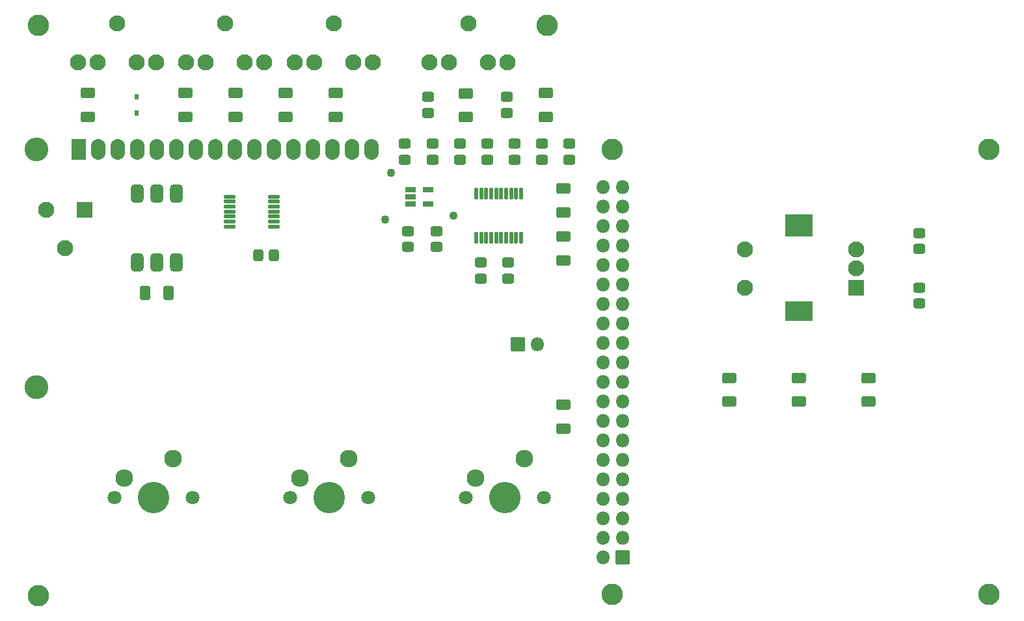
<source format=gbs>
G04 #@! TF.GenerationSoftware,KiCad,Pcbnew,6.0.11*
G04 #@! TF.CreationDate,2024-07-27T16:02:48-05:00*
G04 #@! TF.ProjectId,minidexed,6d696e69-6465-4786-9564-2e6b69636164,rev?*
G04 #@! TF.SameCoordinates,Original*
G04 #@! TF.FileFunction,Soldermask,Bot*
G04 #@! TF.FilePolarity,Negative*
%FSLAX46Y46*%
G04 Gerber Fmt 4.6, Leading zero omitted, Abs format (unit mm)*
G04 Created by KiCad (PCBNEW 6.0.11) date 2024-07-27 16:02:48*
%MOMM*%
%LPD*%
G01*
G04 APERTURE LIST*
G04 Aperture macros list*
%AMRoundRect*
0 Rectangle with rounded corners*
0 $1 Rounding radius*
0 $2 $3 $4 $5 $6 $7 $8 $9 X,Y pos of 4 corners*
0 Add a 4 corners polygon primitive as box body*
4,1,4,$2,$3,$4,$5,$6,$7,$8,$9,$2,$3,0*
0 Add four circle primitives for the rounded corners*
1,1,$1+$1,$2,$3*
1,1,$1+$1,$4,$5*
1,1,$1+$1,$6,$7*
1,1,$1+$1,$8,$9*
0 Add four rect primitives between the rounded corners*
20,1,$1+$1,$2,$3,$4,$5,0*
20,1,$1+$1,$4,$5,$6,$7,0*
20,1,$1+$1,$6,$7,$8,$9,0*
20,1,$1+$1,$8,$9,$2,$3,0*%
G04 Aperture macros list end*
%ADD10C,2.800000*%
%ADD11C,1.800000*%
%ADD12C,4.100000*%
%ADD13C,2.300000*%
%ADD14C,3.100000*%
%ADD15RoundRect,0.050000X-0.900000X-1.300000X0.900000X-1.300000X0.900000X1.300000X-0.900000X1.300000X0*%
%ADD16O,1.900000X2.700000*%
%ADD17RoundRect,0.050000X1.000000X1.000000X-1.000000X1.000000X-1.000000X-1.000000X1.000000X-1.000000X0*%
%ADD18C,2.100000*%
%ADD19RoundRect,0.050000X1.750000X1.250000X-1.750000X1.250000X-1.750000X-1.250000X1.750000X-1.250000X0*%
%ADD20RoundRect,0.050000X1.750000X1.400000X-1.750000X1.400000X-1.750000X-1.400000X1.750000X-1.400000X0*%
%ADD21RoundRect,0.050000X0.850000X0.850000X-0.850000X0.850000X-0.850000X-0.850000X0.850000X-0.850000X0*%
%ADD22O,1.800000X1.800000*%
%ADD23RoundRect,0.150000X-0.100000X0.637500X-0.100000X-0.637500X0.100000X-0.637500X0.100000X0.637500X0*%
%ADD24C,1.100000*%
%ADD25RoundRect,0.300000X0.337500X0.475000X-0.337500X0.475000X-0.337500X-0.475000X0.337500X-0.475000X0*%
%ADD26RoundRect,0.300000X0.475000X-0.337500X0.475000X0.337500X-0.475000X0.337500X-0.475000X-0.337500X0*%
%ADD27RoundRect,0.300000X0.625000X-0.400000X0.625000X0.400000X-0.625000X0.400000X-0.625000X-0.400000X0*%
%ADD28RoundRect,0.300000X-0.625000X0.400000X-0.625000X-0.400000X0.625000X-0.400000X0.625000X0.400000X0*%
%ADD29RoundRect,0.300000X-0.475000X0.337500X-0.475000X-0.337500X0.475000X-0.337500X0.475000X0.337500X0*%
%ADD30RoundRect,0.300000X-0.400000X-0.625000X0.400000X-0.625000X0.400000X0.625000X-0.400000X0.625000X0*%
%ADD31RoundRect,0.050000X-0.850000X0.850000X-0.850000X-0.850000X0.850000X-0.850000X0.850000X0.850000X0*%
%ADD32RoundRect,0.200000X-0.512500X-0.150000X0.512500X-0.150000X0.512500X0.150000X-0.512500X0.150000X0*%
%ADD33RoundRect,0.431000X-0.381000X0.762000X-0.381000X-0.762000X0.381000X-0.762000X0.381000X0.762000X0*%
%ADD34RoundRect,0.050000X0.225000X-0.300000X0.225000X0.300000X-0.225000X0.300000X-0.225000X-0.300000X0*%
%ADD35RoundRect,0.150000X-0.637500X-0.100000X0.637500X-0.100000X0.637500X0.100000X-0.637500X0.100000X0*%
G04 APERTURE END LIST*
D10*
X164100000Y-62700000D03*
D11*
X107820000Y-124200000D03*
D12*
X112900000Y-124200000D03*
D11*
X117980000Y-124200000D03*
D13*
X115440000Y-119120000D03*
X109090000Y-121660000D03*
D14*
X97628900Y-109877200D03*
X97628900Y-78876500D03*
D15*
X103128000Y-78876500D03*
D16*
X105668000Y-78876500D03*
X108208000Y-78876500D03*
X110748000Y-78876500D03*
X113288000Y-78876500D03*
X115828000Y-78876500D03*
X118368000Y-78876500D03*
X120908000Y-78876500D03*
X123448000Y-78876500D03*
X125988000Y-78876500D03*
X128528000Y-78876500D03*
X131068000Y-78876500D03*
X133608000Y-78876500D03*
X136148000Y-78876500D03*
X138688000Y-78876500D03*
X141228000Y-78876500D03*
D17*
X204368400Y-96876500D03*
D18*
X204368400Y-91876500D03*
X204368400Y-94376500D03*
D19*
X196868400Y-99976500D03*
D20*
X196868400Y-88776500D03*
D18*
X189868400Y-91876500D03*
X189868400Y-96876500D03*
D11*
X130670000Y-124200000D03*
X140830000Y-124200000D03*
D12*
X135750000Y-124200000D03*
D13*
X138290000Y-119120000D03*
X131940000Y-121660000D03*
D10*
X97900000Y-137000000D03*
D11*
X153520000Y-124200000D03*
D12*
X158600000Y-124200000D03*
D11*
X163680000Y-124200000D03*
D13*
X161140000Y-119120000D03*
X154790000Y-121660000D03*
D10*
X172618400Y-136892400D03*
X221618400Y-78892400D03*
X172618400Y-78892400D03*
X221618400Y-136892400D03*
D21*
X173918400Y-132042400D03*
D22*
X171378400Y-132042400D03*
X173918400Y-129502400D03*
X171378400Y-129502400D03*
X173918400Y-126962400D03*
X171378400Y-126962400D03*
X173918400Y-124422400D03*
X171378400Y-124422400D03*
X173918400Y-121882400D03*
X171378400Y-121882400D03*
X173918400Y-119342400D03*
X171378400Y-119342400D03*
X173918400Y-116802400D03*
X171378400Y-116802400D03*
X173918400Y-114262400D03*
X171378400Y-114262400D03*
X173918400Y-111722400D03*
X171378400Y-111722400D03*
X173918400Y-109182400D03*
X171378400Y-109182400D03*
X173918400Y-106642400D03*
X171378400Y-106642400D03*
X173918400Y-104102400D03*
X171378400Y-104102400D03*
X173918400Y-101562400D03*
X171378400Y-101562400D03*
X173918400Y-99022400D03*
X171378400Y-99022400D03*
X173918400Y-96482400D03*
X171378400Y-96482400D03*
X173918400Y-93942400D03*
X171378400Y-93942400D03*
X173918400Y-91402400D03*
X171378400Y-91402400D03*
X173918400Y-88862400D03*
X171378400Y-88862400D03*
X173918400Y-86322400D03*
X171378400Y-86322400D03*
X173918400Y-83782400D03*
X171378400Y-83782400D03*
D10*
X97900000Y-62700000D03*
D23*
X154875000Y-84637500D03*
X155525000Y-84637500D03*
X156175000Y-84637500D03*
X156825000Y-84637500D03*
X157475000Y-84637500D03*
X158125000Y-84637500D03*
X158775000Y-84637500D03*
X159425000Y-84637500D03*
X160075000Y-84637500D03*
X160725000Y-84637500D03*
X160725000Y-90362500D03*
X160075000Y-90362500D03*
X159425000Y-90362500D03*
X158775000Y-90362500D03*
X158125000Y-90362500D03*
X157475000Y-90362500D03*
X156825000Y-90362500D03*
X156175000Y-90362500D03*
X155525000Y-90362500D03*
X154875000Y-90362500D03*
D24*
X143000000Y-88000000D03*
D25*
X128587500Y-92700000D03*
X126512500Y-92700000D03*
D26*
X163433330Y-80200000D03*
X163433330Y-78125000D03*
D27*
X187775000Y-111750000D03*
X187775000Y-108650000D03*
D28*
X104375200Y-71500000D03*
X104375200Y-74600000D03*
D29*
X148600000Y-72025000D03*
X148600000Y-74100000D03*
X212500000Y-96875000D03*
X212500000Y-98950000D03*
D26*
X212500000Y-91850000D03*
X212500000Y-89775000D03*
X167000000Y-80200000D03*
X167000000Y-78125000D03*
D27*
X166200000Y-93300000D03*
X166200000Y-90200000D03*
D30*
X111750000Y-97600000D03*
X114850000Y-97600000D03*
D28*
X130087040Y-71500000D03*
X130087040Y-74600000D03*
D24*
X143800000Y-81900000D03*
D27*
X205925000Y-111750000D03*
X205925000Y-108650000D03*
D28*
X166200000Y-112150000D03*
X166200000Y-115250000D03*
D27*
X196850000Y-111750000D03*
X196850000Y-108650000D03*
D18*
X122205000Y-62404000D03*
X117125000Y-67484000D03*
X119665000Y-67484000D03*
X124745000Y-67484000D03*
X127285000Y-67484000D03*
D29*
X146000000Y-89500000D03*
X146000000Y-91575000D03*
D17*
X103900000Y-86760000D03*
D18*
X101400000Y-91760000D03*
X98900000Y-86760000D03*
D27*
X153500000Y-74650000D03*
X153500000Y-71550000D03*
D28*
X136600000Y-71500000D03*
X136600000Y-74600000D03*
D31*
X160325000Y-104300000D03*
D22*
X162865000Y-104300000D03*
D29*
X159020000Y-93600000D03*
X159020000Y-95675000D03*
D32*
X146300000Y-86000000D03*
X146300000Y-85050000D03*
X146300000Y-84100000D03*
X148575000Y-84100000D03*
X148575000Y-86000000D03*
D29*
X149700000Y-89500000D03*
X149700000Y-91575000D03*
D33*
X110760000Y-84600000D03*
X113300000Y-84600000D03*
X115840000Y-84600000D03*
X115840000Y-93600000D03*
X113300000Y-93600000D03*
X110760000Y-93600000D03*
D34*
X110718160Y-74100000D03*
X110718160Y-72000000D03*
D26*
X145600000Y-80200000D03*
X145600000Y-78125000D03*
D18*
X136302000Y-62404000D03*
X131222000Y-67484000D03*
X133762000Y-67484000D03*
X138842000Y-67484000D03*
X141382000Y-67484000D03*
D35*
X122800000Y-88900000D03*
X122800000Y-88250000D03*
X122800000Y-87600000D03*
X122800000Y-86950000D03*
X122800000Y-86300000D03*
X122800000Y-85650000D03*
X122800000Y-85000000D03*
X128525000Y-85000000D03*
X128525000Y-85650000D03*
X128525000Y-86300000D03*
X128525000Y-86950000D03*
X128525000Y-87600000D03*
X128525000Y-88250000D03*
X128525000Y-88900000D03*
D26*
X152733332Y-80200000D03*
X152733332Y-78125000D03*
D18*
X108108000Y-62404000D03*
X103028000Y-67484000D03*
X105568000Y-67484000D03*
X110648000Y-67484000D03*
X113188000Y-67484000D03*
D27*
X166200000Y-87050000D03*
X166200000Y-83950000D03*
D24*
X151900000Y-87500000D03*
D29*
X158886666Y-72012500D03*
X158886666Y-74087500D03*
D28*
X123574080Y-71500000D03*
X123574080Y-74600000D03*
D26*
X156299998Y-80200000D03*
X156299998Y-78125000D03*
X159866664Y-80200000D03*
X159866664Y-78125000D03*
D28*
X117061120Y-71500000D03*
X117061120Y-74600000D03*
D27*
X163900000Y-74600000D03*
X163900000Y-71500000D03*
D18*
X153905000Y-62420000D03*
X148825000Y-67500000D03*
X151365000Y-67500000D03*
X156445000Y-67500000D03*
X158985000Y-67500000D03*
D26*
X149166666Y-80200000D03*
X149166666Y-78125000D03*
D29*
X155500000Y-93600000D03*
X155500000Y-95675000D03*
M02*

</source>
